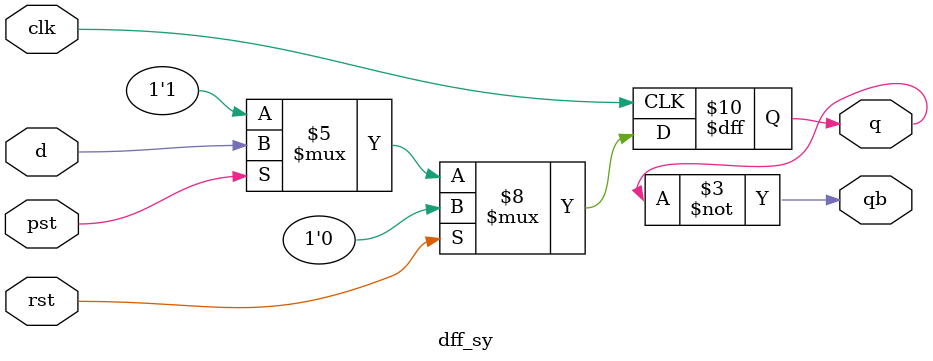
<source format=v>
`timescale 1ns / 1ps


module dff_sy(
    input d,clk,rst,pst,
	 output reg q,
	 output qb
	 );
	 always@(posedge clk)
	 begin
		if(rst) q<=0;       //active high reset
		else if(!pst) q<=1; //active low preset
		else q<=d;
	 end
	 assign qb = ~q;

endmodule

</source>
